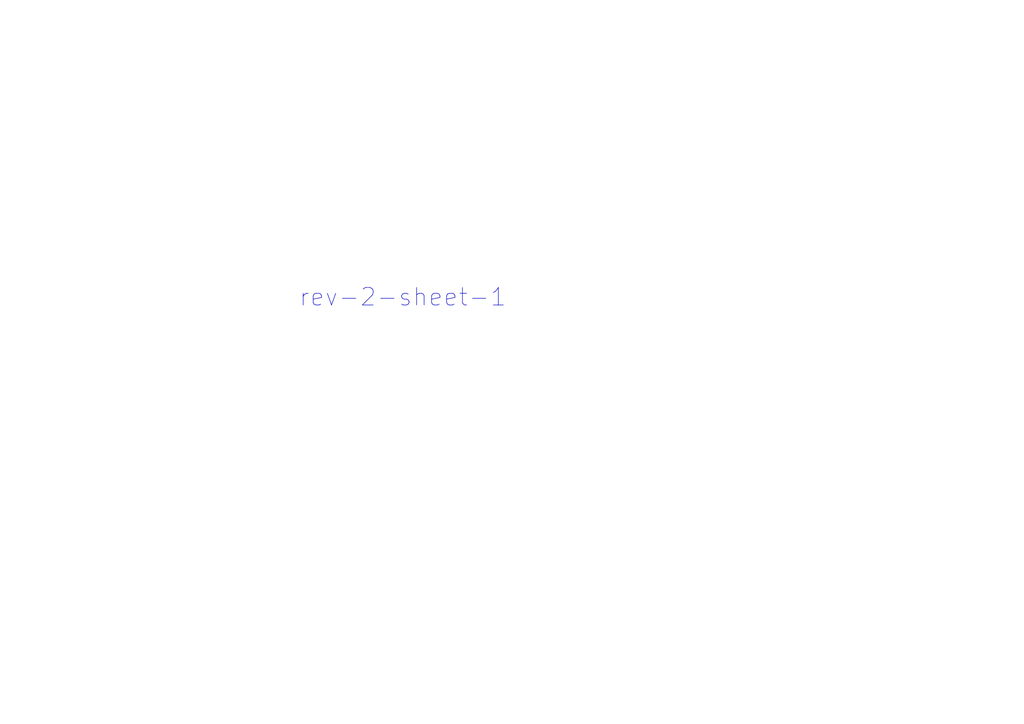
<source format=kicad_sch>
(kicad_sch
	(version 20231120)
	(generator "eeschema")
	(generator_version "8.0")
	(uuid "aec28bc3-d6c0-4b83-be68-bb81097b20b5")
	(paper "A4")
	(lib_symbols)
	(text "rev-2-sheet-1"
		(exclude_from_sim no)
		(at 116.84 86.36 0)
		(effects
			(font
				(size 5.08 5.08)
			)
		)
		(uuid "c1d68d3a-faae-4fe4-bc91-b27ca4038686")
	)
)

</source>
